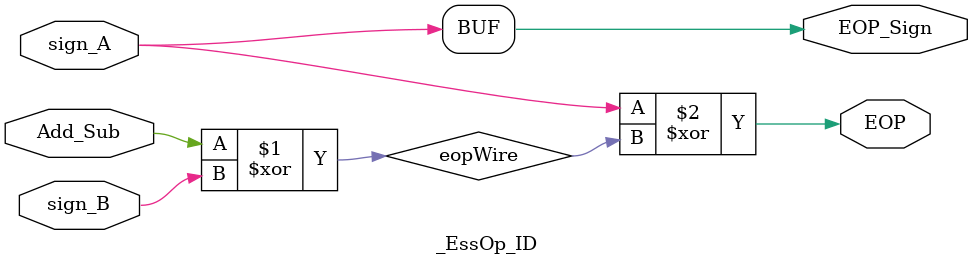
<source format=v>
`timescale 1ns / 1ps

module _EssOp_ID(
    input Add_Sub, sign_A, sign_B,
    output EOP, EOP_Sign
    );
    
    wire eopWire;
    xor eopXor1(eopWire, Add_Sub, sign_B);
    xor eopXor2(EOP, sign_A, eopWire);
    assign EOP_Sign = sign_A;
    
endmodule

</source>
